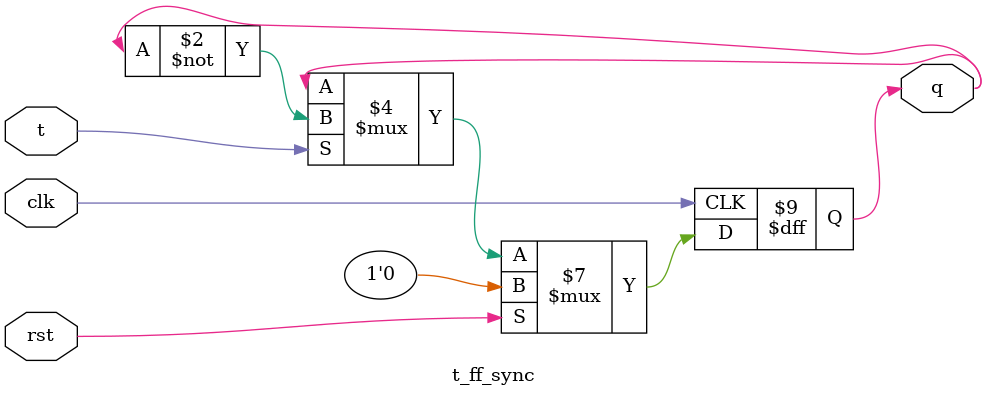
<source format=v>
module t_ff_sync (
    input  wire clk, rst,t,   // synchronous reset
    output reg  q);

always @(posedge clk) begin
    if (rst)
        q <= 1'b0;
    else if (t)
        q <= ~q;
    else
        q <= q;  // hold state
end
endmodule


</source>
